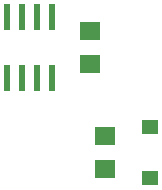
<source format=gtp>
G75*
%MOIN*%
%OFA0B0*%
%FSLAX25Y25*%
%IPPOS*%
%LPD*%
%AMOC8*
5,1,8,0,0,1.08239X$1,22.5*
%
%ADD10R,0.07087X0.06299*%
%ADD11R,0.02362X0.08661*%
%ADD12R,0.05787X0.05000*%
D10*
X0196800Y0176288D03*
X0196800Y0187312D03*
X0201800Y0152312D03*
X0201800Y0141288D03*
D11*
X0169300Y0171564D03*
X0174300Y0171564D03*
X0179300Y0171564D03*
X0184300Y0171564D03*
X0184300Y0192036D03*
X0179300Y0192036D03*
X0174300Y0192036D03*
X0169300Y0192036D03*
D12*
X0216800Y0155265D03*
X0216800Y0138335D03*
M02*

</source>
